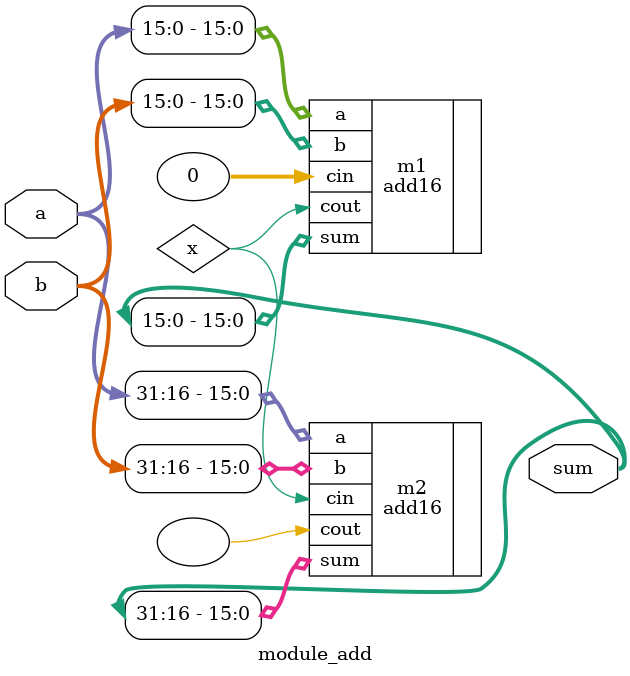
<source format=v>
module module_add(
    input [31:0] a,
    input [31:0] b,
    output [31:0] sum
);
    wire x;
    add16 m1 ( .a(a[15:0]),
               .b(b[15:0]),
              .cin(0),
              .cout(x),
              .sum(sum[15:0])
             );
    add16 m2 ( .a(a[31:16]),
               .b(b[31:16]),
              .cin(x),
              .cout(),
              .sum(sum[31:16])
             );
endmodule

</source>
